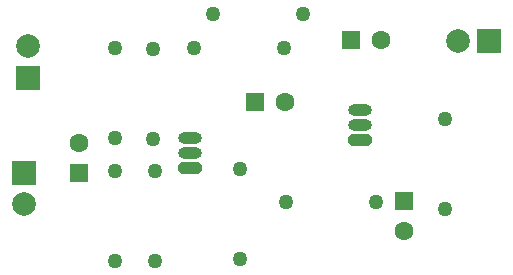
<source format=gbr>
G04 DipTrace 3.0.0.1*
G04 Top.gbr*
%MOIN*%
G04 #@! TF.FileFunction,Copper,L1,Top*
G04 #@! TF.Part,Single*
%AMOUTLINE0*
4,1,8,
-0.029528,0.019685,
-0.03937,0.009843,
-0.03937,-0.009843,
-0.029528,-0.019685,
0.029528,-0.019685,
0.03937,-0.009843,
0.03937,0.009843,
0.029528,0.019685,
-0.029528,0.019685,
0*%
G04 #@! TA.AperFunction,ComponentPad*
%ADD15C,0.062992*%
%ADD16R,0.062992X0.062992*%
%ADD18R,0.07874X0.07874*%
%ADD19C,0.07874*%
%ADD20O,0.07874X0.03937*%
%ADD21C,0.05*%
%ADD22C,0.05*%
%ADD43OUTLINE0*%
%FSLAX26Y26*%
G04*
G70*
G90*
G75*
G01*
G04 Top*
%LPD*%
D15*
X1701969Y1125984D3*
D16*
X1601969D3*
D15*
X2019685Y1331890D3*
D16*
X1919685D3*
D15*
X2098819Y693701D3*
D16*
Y793701D3*
D15*
X1014567Y988583D3*
D16*
Y888583D3*
D18*
X842913Y1206299D3*
D19*
Y1311417D3*
D43*
X1383071Y903543D3*
D20*
Y953543D3*
Y1003543D3*
D43*
X1950394Y996850D3*
D20*
Y1046850D3*
Y1096850D3*
D21*
X1261024Y1300787D3*
D22*
Y1000787D3*
D21*
X1134646Y1305118D3*
D22*
Y1005118D3*
D21*
X1135039Y895276D3*
D22*
Y595276D3*
D21*
X1268110Y894882D3*
D22*
Y594882D3*
D21*
X1396063Y1305118D3*
D22*
X1696063D3*
D21*
X1460630Y1418110D3*
D22*
X1760630D3*
D21*
X1550787Y900000D3*
D22*
Y600000D3*
D21*
X2003150Y790551D3*
D22*
X1703150D3*
D21*
X2232677Y1068898D3*
D22*
Y768898D3*
D18*
X2381496Y1327165D3*
D19*
X2276378D3*
D18*
X831102Y888583D3*
D19*
Y783465D3*
M02*

</source>
